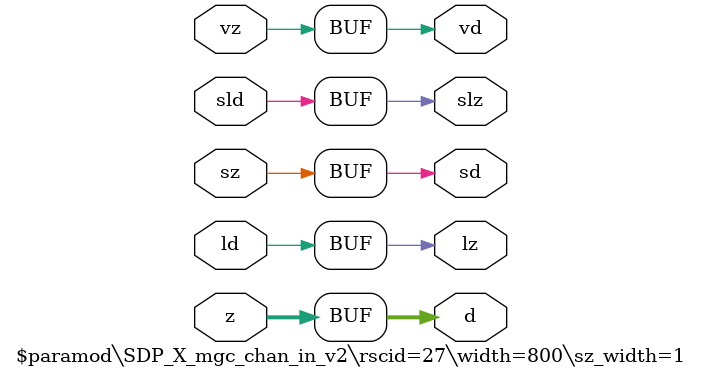
<source format=v>
module \$paramod\SDP_X_mgc_chan_in_v2\rscid=27\width=800\sz_width=1 (ld, vd, d, lz, vz, z, sd, sld, sz, slz);
  (* src = "./vmod/nvdla/sdp/NV_NVDLA_SDP_CORE_x.v:137" *)
  output [799:0] d;
  (* src = "./vmod/nvdla/sdp/NV_NVDLA_SDP_CORE_x.v:135" *)
  input ld;
  (* src = "./vmod/nvdla/sdp/NV_NVDLA_SDP_CORE_x.v:138" *)
  output lz;
  (* src = "./vmod/nvdla/sdp/NV_NVDLA_SDP_CORE_x.v:141" *)
  output sd;
  (* src = "./vmod/nvdla/sdp/NV_NVDLA_SDP_CORE_x.v:142" *)
  input sld;
  (* src = "./vmod/nvdla/sdp/NV_NVDLA_SDP_CORE_x.v:144" *)
  output slz;
  (* src = "./vmod/nvdla/sdp/NV_NVDLA_SDP_CORE_x.v:143" *)
  input sz;
  (* src = "./vmod/nvdla/sdp/NV_NVDLA_SDP_CORE_x.v:136" *)
  output vd;
  (* src = "./vmod/nvdla/sdp/NV_NVDLA_SDP_CORE_x.v:139" *)
  input vz;
  (* src = "./vmod/nvdla/sdp/NV_NVDLA_SDP_CORE_x.v:140" *)
  input [799:0] z;
  assign d = z;
  assign lz = ld;
  assign sd = sz;
  assign slz = sld;
  assign vd = vz;
endmodule

</source>
